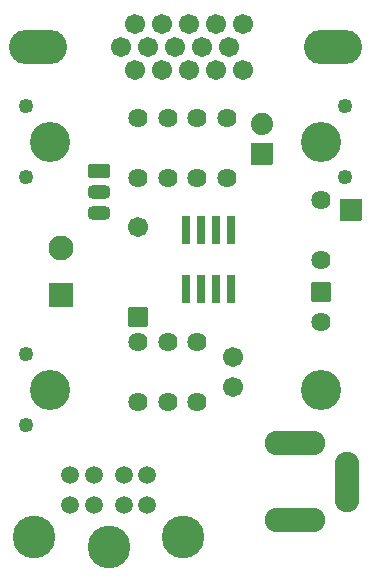
<source format=gbr>
%TF.GenerationSoftware,KiCad,Pcbnew,7.0.11-7.0.11~ubuntu22.04.1*%
%TF.CreationDate,2024-09-13T11:34:55+03:00*%
%TF.ProjectId,RVPC_Rev_B,52565043-5f52-4657-965f-422e6b696361,B*%
%TF.SameCoordinates,PX7bfa480PY7270e00*%
%TF.FileFunction,Soldermask,Top*%
%TF.FilePolarity,Negative*%
%FSLAX46Y46*%
G04 Gerber Fmt 4.6, Leading zero omitted, Abs format (unit mm)*
G04 Created by KiCad (PCBNEW 7.0.11-7.0.11~ubuntu22.04.1) date 2024-09-13 11:34:55*
%MOMM*%
%LPD*%
G01*
G04 APERTURE LIST*
G04 Aperture macros list*
%AMRoundRect*
0 Rectangle with rounded corners*
0 $1 Rounding radius*
0 $2 $3 $4 $5 $6 $7 $8 $9 X,Y pos of 4 corners*
0 Add a 4 corners polygon primitive as box body*
4,1,4,$2,$3,$4,$5,$6,$7,$8,$9,$2,$3,0*
0 Add four circle primitives for the rounded corners*
1,1,$1+$1,$2,$3*
1,1,$1+$1,$4,$5*
1,1,$1+$1,$6,$7*
1,1,$1+$1,$8,$9*
0 Add four rect primitives between the rounded corners*
20,1,$1+$1,$2,$3,$4,$5,0*
20,1,$1+$1,$4,$5,$6,$7,0*
20,1,$1+$1,$6,$7,$8,$9,0*
20,1,$1+$1,$8,$9,$2,$3,0*%
G04 Aperture macros list end*
%ADD10RoundRect,0.050800X0.800000X-0.800000X0.800000X0.800000X-0.800000X0.800000X-0.800000X-0.800000X0*%
%ADD11C,1.701600*%
%ADD12RoundRect,0.050800X0.850000X-0.500000X0.850000X0.500000X-0.850000X0.500000X-0.850000X-0.500000X0*%
%ADD13RoundRect,0.275400X0.625400X-0.275400X0.625400X0.275400X-0.625400X0.275400X-0.625400X-0.275400X0*%
%ADD14C,1.254000*%
%ADD15C,3.401601*%
%ADD16C,1.625600*%
%ADD17O,4.901600X2.901600*%
%ADD18RoundRect,0.050800X0.889000X-0.889000X0.889000X0.889000X-0.889000X0.889000X-0.889000X-0.889000X0*%
%ADD19O,5.101600X2.101600*%
%ADD20O,2.101600X5.101600*%
%ADD21RoundRect,0.050800X-0.300000X-1.100000X0.300000X-1.100000X0.300000X1.100000X-0.300000X1.100000X0*%
%ADD22C,1.511600*%
%ADD23C,3.601600*%
%ADD24RoundRect,0.050800X0.762000X-0.762000X0.762000X0.762000X-0.762000X0.762000X-0.762000X-0.762000X0*%
%ADD25RoundRect,0.050800X1.000000X-1.000000X1.000000X1.000000X-1.000000X1.000000X-1.000000X-1.000000X0*%
%ADD26C,2.101600*%
%ADD27C,1.879600*%
G04 APERTURE END LIST*
D10*
X11500000Y22190000D03*
D11*
X11500000Y29810000D03*
D12*
X8200000Y34550000D03*
D13*
X8200000Y32750000D03*
X8200000Y30950000D03*
D14*
X2000000Y34000000D03*
D15*
X27000000Y37000000D03*
D16*
X27000000Y26960000D03*
X27000000Y32040000D03*
X19000000Y39040000D03*
X19000000Y33960000D03*
D14*
X2000000Y40000000D03*
D16*
X11500000Y39040000D03*
X11500000Y33960000D03*
D11*
X11220000Y43040000D03*
X13510000Y43040000D03*
X15800000Y43040000D03*
X18090000Y43040000D03*
X20380000Y43040000D03*
X10075000Y45020000D03*
X12365000Y45020000D03*
X14655000Y45020000D03*
X16945000Y45020000D03*
X19235000Y45020000D03*
X11220000Y47000000D03*
X13510000Y47000000D03*
X15800000Y47000000D03*
X18090000Y47000000D03*
X20380000Y47000000D03*
D17*
X27995000Y45020000D03*
X3005000Y45020000D03*
D18*
X29500000Y31250000D03*
D14*
X2000000Y13000000D03*
D16*
X16500000Y39040000D03*
X16500000Y33960000D03*
D19*
X24750000Y11500000D03*
X24750000Y5000000D03*
D20*
X29200000Y8200000D03*
D15*
X4000000Y37000000D03*
X27000000Y16000000D03*
D16*
X14000000Y39040000D03*
X14000000Y33960000D03*
D11*
X19500000Y16250000D03*
X19500000Y18750000D03*
D16*
X16500000Y20040000D03*
X16500000Y14960000D03*
D21*
X15595000Y24500000D03*
X16865000Y24500000D03*
X18135000Y24500000D03*
X19405000Y24500000D03*
X19405000Y29500000D03*
X18135000Y29500000D03*
X16865000Y29500000D03*
X15595000Y29500000D03*
D16*
X11500000Y14960000D03*
X11500000Y20040000D03*
D22*
X10270000Y6270000D03*
X7730000Y6270000D03*
X12260000Y6270000D03*
X5740000Y6270000D03*
X12260000Y8810000D03*
X5740000Y8810000D03*
X7730000Y8810000D03*
X10270000Y8810000D03*
D23*
X2700000Y3500000D03*
X9000000Y2700000D03*
X15300000Y3500000D03*
D14*
X29000000Y34000000D03*
D15*
X4000000Y16000000D03*
D14*
X2000000Y19000000D03*
D16*
X14000000Y20040000D03*
X14000000Y14960000D03*
D14*
X29000000Y40000000D03*
D24*
X27000000Y24270000D03*
D16*
X27000000Y21730000D03*
D25*
X5000000Y24000000D03*
D26*
X5000000Y28000000D03*
D18*
X22000000Y35980000D03*
D27*
X22000000Y38520000D03*
M02*

</source>
